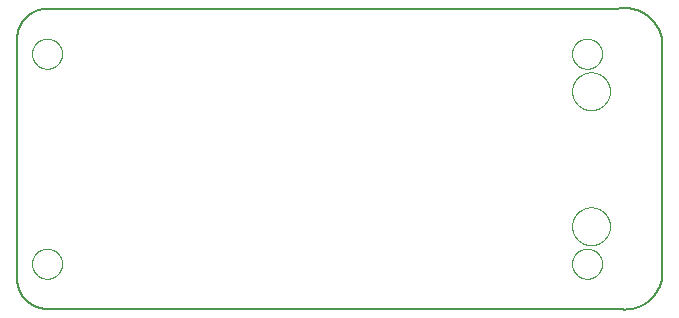
<source format=gko>
G75*
%MOIN*%
%OFA0B0*%
%FSLAX25Y25*%
%IPPOS*%
%LPD*%
%AMOC8*
5,1,8,0,0,1.08239X$1,22.5*
%
%ADD10C,0.00000*%
%ADD11C,0.00600*%
D10*
X0438333Y0016548D02*
X0438335Y0016689D01*
X0438341Y0016830D01*
X0438351Y0016970D01*
X0438365Y0017110D01*
X0438383Y0017250D01*
X0438404Y0017389D01*
X0438430Y0017528D01*
X0438459Y0017666D01*
X0438493Y0017802D01*
X0438530Y0017938D01*
X0438571Y0018073D01*
X0438616Y0018207D01*
X0438665Y0018339D01*
X0438717Y0018470D01*
X0438773Y0018599D01*
X0438833Y0018726D01*
X0438896Y0018852D01*
X0438962Y0018976D01*
X0439033Y0019099D01*
X0439106Y0019219D01*
X0439183Y0019337D01*
X0439263Y0019453D01*
X0439347Y0019566D01*
X0439433Y0019677D01*
X0439523Y0019786D01*
X0439616Y0019892D01*
X0439711Y0019995D01*
X0439810Y0020096D01*
X0439911Y0020194D01*
X0440015Y0020289D01*
X0440122Y0020381D01*
X0440231Y0020470D01*
X0440343Y0020555D01*
X0440457Y0020638D01*
X0440573Y0020718D01*
X0440692Y0020794D01*
X0440813Y0020866D01*
X0440935Y0020936D01*
X0441060Y0021001D01*
X0441186Y0021064D01*
X0441314Y0021122D01*
X0441444Y0021177D01*
X0441575Y0021229D01*
X0441708Y0021276D01*
X0441842Y0021320D01*
X0441977Y0021361D01*
X0442113Y0021397D01*
X0442250Y0021429D01*
X0442388Y0021458D01*
X0442526Y0021483D01*
X0442666Y0021503D01*
X0442806Y0021520D01*
X0442946Y0021533D01*
X0443087Y0021542D01*
X0443227Y0021547D01*
X0443368Y0021548D01*
X0443509Y0021545D01*
X0443650Y0021538D01*
X0443790Y0021527D01*
X0443930Y0021512D01*
X0444070Y0021493D01*
X0444209Y0021471D01*
X0444347Y0021444D01*
X0444485Y0021414D01*
X0444621Y0021379D01*
X0444757Y0021341D01*
X0444891Y0021299D01*
X0445025Y0021253D01*
X0445157Y0021204D01*
X0445287Y0021150D01*
X0445416Y0021093D01*
X0445543Y0021033D01*
X0445669Y0020969D01*
X0445792Y0020901D01*
X0445914Y0020830D01*
X0446034Y0020756D01*
X0446151Y0020678D01*
X0446266Y0020597D01*
X0446379Y0020513D01*
X0446490Y0020426D01*
X0446598Y0020335D01*
X0446703Y0020242D01*
X0446806Y0020145D01*
X0446906Y0020046D01*
X0447003Y0019944D01*
X0447097Y0019839D01*
X0447188Y0019732D01*
X0447276Y0019622D01*
X0447361Y0019510D01*
X0447443Y0019395D01*
X0447522Y0019278D01*
X0447597Y0019159D01*
X0447669Y0019038D01*
X0447737Y0018915D01*
X0447802Y0018790D01*
X0447864Y0018663D01*
X0447921Y0018534D01*
X0447976Y0018404D01*
X0448026Y0018273D01*
X0448073Y0018140D01*
X0448116Y0018006D01*
X0448155Y0017870D01*
X0448190Y0017734D01*
X0448222Y0017597D01*
X0448249Y0017459D01*
X0448273Y0017320D01*
X0448293Y0017180D01*
X0448309Y0017040D01*
X0448321Y0016900D01*
X0448329Y0016759D01*
X0448333Y0016618D01*
X0448333Y0016478D01*
X0448329Y0016337D01*
X0448321Y0016196D01*
X0448309Y0016056D01*
X0448293Y0015916D01*
X0448273Y0015776D01*
X0448249Y0015637D01*
X0448222Y0015499D01*
X0448190Y0015362D01*
X0448155Y0015226D01*
X0448116Y0015090D01*
X0448073Y0014956D01*
X0448026Y0014823D01*
X0447976Y0014692D01*
X0447921Y0014562D01*
X0447864Y0014433D01*
X0447802Y0014306D01*
X0447737Y0014181D01*
X0447669Y0014058D01*
X0447597Y0013937D01*
X0447522Y0013818D01*
X0447443Y0013701D01*
X0447361Y0013586D01*
X0447276Y0013474D01*
X0447188Y0013364D01*
X0447097Y0013257D01*
X0447003Y0013152D01*
X0446906Y0013050D01*
X0446806Y0012951D01*
X0446703Y0012854D01*
X0446598Y0012761D01*
X0446490Y0012670D01*
X0446379Y0012583D01*
X0446266Y0012499D01*
X0446151Y0012418D01*
X0446034Y0012340D01*
X0445914Y0012266D01*
X0445792Y0012195D01*
X0445669Y0012127D01*
X0445543Y0012063D01*
X0445416Y0012003D01*
X0445287Y0011946D01*
X0445157Y0011892D01*
X0445025Y0011843D01*
X0444891Y0011797D01*
X0444757Y0011755D01*
X0444621Y0011717D01*
X0444485Y0011682D01*
X0444347Y0011652D01*
X0444209Y0011625D01*
X0444070Y0011603D01*
X0443930Y0011584D01*
X0443790Y0011569D01*
X0443650Y0011558D01*
X0443509Y0011551D01*
X0443368Y0011548D01*
X0443227Y0011549D01*
X0443087Y0011554D01*
X0442946Y0011563D01*
X0442806Y0011576D01*
X0442666Y0011593D01*
X0442526Y0011613D01*
X0442388Y0011638D01*
X0442250Y0011667D01*
X0442113Y0011699D01*
X0441977Y0011735D01*
X0441842Y0011776D01*
X0441708Y0011820D01*
X0441575Y0011867D01*
X0441444Y0011919D01*
X0441314Y0011974D01*
X0441186Y0012032D01*
X0441060Y0012095D01*
X0440935Y0012160D01*
X0440813Y0012230D01*
X0440692Y0012302D01*
X0440573Y0012378D01*
X0440457Y0012458D01*
X0440343Y0012541D01*
X0440231Y0012626D01*
X0440122Y0012715D01*
X0440015Y0012807D01*
X0439911Y0012902D01*
X0439810Y0013000D01*
X0439711Y0013101D01*
X0439616Y0013204D01*
X0439523Y0013310D01*
X0439433Y0013419D01*
X0439347Y0013530D01*
X0439263Y0013643D01*
X0439183Y0013759D01*
X0439106Y0013877D01*
X0439033Y0013997D01*
X0438962Y0014120D01*
X0438896Y0014244D01*
X0438833Y0014370D01*
X0438773Y0014497D01*
X0438717Y0014626D01*
X0438665Y0014757D01*
X0438616Y0014889D01*
X0438571Y0015023D01*
X0438530Y0015158D01*
X0438493Y0015294D01*
X0438459Y0015430D01*
X0438430Y0015568D01*
X0438404Y0015707D01*
X0438383Y0015846D01*
X0438365Y0015986D01*
X0438351Y0016126D01*
X0438341Y0016266D01*
X0438335Y0016407D01*
X0438333Y0016548D01*
X0618333Y0016548D02*
X0618335Y0016689D01*
X0618341Y0016830D01*
X0618351Y0016970D01*
X0618365Y0017110D01*
X0618383Y0017250D01*
X0618404Y0017389D01*
X0618430Y0017528D01*
X0618459Y0017666D01*
X0618493Y0017802D01*
X0618530Y0017938D01*
X0618571Y0018073D01*
X0618616Y0018207D01*
X0618665Y0018339D01*
X0618717Y0018470D01*
X0618773Y0018599D01*
X0618833Y0018726D01*
X0618896Y0018852D01*
X0618962Y0018976D01*
X0619033Y0019099D01*
X0619106Y0019219D01*
X0619183Y0019337D01*
X0619263Y0019453D01*
X0619347Y0019566D01*
X0619433Y0019677D01*
X0619523Y0019786D01*
X0619616Y0019892D01*
X0619711Y0019995D01*
X0619810Y0020096D01*
X0619911Y0020194D01*
X0620015Y0020289D01*
X0620122Y0020381D01*
X0620231Y0020470D01*
X0620343Y0020555D01*
X0620457Y0020638D01*
X0620573Y0020718D01*
X0620692Y0020794D01*
X0620813Y0020866D01*
X0620935Y0020936D01*
X0621060Y0021001D01*
X0621186Y0021064D01*
X0621314Y0021122D01*
X0621444Y0021177D01*
X0621575Y0021229D01*
X0621708Y0021276D01*
X0621842Y0021320D01*
X0621977Y0021361D01*
X0622113Y0021397D01*
X0622250Y0021429D01*
X0622388Y0021458D01*
X0622526Y0021483D01*
X0622666Y0021503D01*
X0622806Y0021520D01*
X0622946Y0021533D01*
X0623087Y0021542D01*
X0623227Y0021547D01*
X0623368Y0021548D01*
X0623509Y0021545D01*
X0623650Y0021538D01*
X0623790Y0021527D01*
X0623930Y0021512D01*
X0624070Y0021493D01*
X0624209Y0021471D01*
X0624347Y0021444D01*
X0624485Y0021414D01*
X0624621Y0021379D01*
X0624757Y0021341D01*
X0624891Y0021299D01*
X0625025Y0021253D01*
X0625157Y0021204D01*
X0625287Y0021150D01*
X0625416Y0021093D01*
X0625543Y0021033D01*
X0625669Y0020969D01*
X0625792Y0020901D01*
X0625914Y0020830D01*
X0626034Y0020756D01*
X0626151Y0020678D01*
X0626266Y0020597D01*
X0626379Y0020513D01*
X0626490Y0020426D01*
X0626598Y0020335D01*
X0626703Y0020242D01*
X0626806Y0020145D01*
X0626906Y0020046D01*
X0627003Y0019944D01*
X0627097Y0019839D01*
X0627188Y0019732D01*
X0627276Y0019622D01*
X0627361Y0019510D01*
X0627443Y0019395D01*
X0627522Y0019278D01*
X0627597Y0019159D01*
X0627669Y0019038D01*
X0627737Y0018915D01*
X0627802Y0018790D01*
X0627864Y0018663D01*
X0627921Y0018534D01*
X0627976Y0018404D01*
X0628026Y0018273D01*
X0628073Y0018140D01*
X0628116Y0018006D01*
X0628155Y0017870D01*
X0628190Y0017734D01*
X0628222Y0017597D01*
X0628249Y0017459D01*
X0628273Y0017320D01*
X0628293Y0017180D01*
X0628309Y0017040D01*
X0628321Y0016900D01*
X0628329Y0016759D01*
X0628333Y0016618D01*
X0628333Y0016478D01*
X0628329Y0016337D01*
X0628321Y0016196D01*
X0628309Y0016056D01*
X0628293Y0015916D01*
X0628273Y0015776D01*
X0628249Y0015637D01*
X0628222Y0015499D01*
X0628190Y0015362D01*
X0628155Y0015226D01*
X0628116Y0015090D01*
X0628073Y0014956D01*
X0628026Y0014823D01*
X0627976Y0014692D01*
X0627921Y0014562D01*
X0627864Y0014433D01*
X0627802Y0014306D01*
X0627737Y0014181D01*
X0627669Y0014058D01*
X0627597Y0013937D01*
X0627522Y0013818D01*
X0627443Y0013701D01*
X0627361Y0013586D01*
X0627276Y0013474D01*
X0627188Y0013364D01*
X0627097Y0013257D01*
X0627003Y0013152D01*
X0626906Y0013050D01*
X0626806Y0012951D01*
X0626703Y0012854D01*
X0626598Y0012761D01*
X0626490Y0012670D01*
X0626379Y0012583D01*
X0626266Y0012499D01*
X0626151Y0012418D01*
X0626034Y0012340D01*
X0625914Y0012266D01*
X0625792Y0012195D01*
X0625669Y0012127D01*
X0625543Y0012063D01*
X0625416Y0012003D01*
X0625287Y0011946D01*
X0625157Y0011892D01*
X0625025Y0011843D01*
X0624891Y0011797D01*
X0624757Y0011755D01*
X0624621Y0011717D01*
X0624485Y0011682D01*
X0624347Y0011652D01*
X0624209Y0011625D01*
X0624070Y0011603D01*
X0623930Y0011584D01*
X0623790Y0011569D01*
X0623650Y0011558D01*
X0623509Y0011551D01*
X0623368Y0011548D01*
X0623227Y0011549D01*
X0623087Y0011554D01*
X0622946Y0011563D01*
X0622806Y0011576D01*
X0622666Y0011593D01*
X0622526Y0011613D01*
X0622388Y0011638D01*
X0622250Y0011667D01*
X0622113Y0011699D01*
X0621977Y0011735D01*
X0621842Y0011776D01*
X0621708Y0011820D01*
X0621575Y0011867D01*
X0621444Y0011919D01*
X0621314Y0011974D01*
X0621186Y0012032D01*
X0621060Y0012095D01*
X0620935Y0012160D01*
X0620813Y0012230D01*
X0620692Y0012302D01*
X0620573Y0012378D01*
X0620457Y0012458D01*
X0620343Y0012541D01*
X0620231Y0012626D01*
X0620122Y0012715D01*
X0620015Y0012807D01*
X0619911Y0012902D01*
X0619810Y0013000D01*
X0619711Y0013101D01*
X0619616Y0013204D01*
X0619523Y0013310D01*
X0619433Y0013419D01*
X0619347Y0013530D01*
X0619263Y0013643D01*
X0619183Y0013759D01*
X0619106Y0013877D01*
X0619033Y0013997D01*
X0618962Y0014120D01*
X0618896Y0014244D01*
X0618833Y0014370D01*
X0618773Y0014497D01*
X0618717Y0014626D01*
X0618665Y0014757D01*
X0618616Y0014889D01*
X0618571Y0015023D01*
X0618530Y0015158D01*
X0618493Y0015294D01*
X0618459Y0015430D01*
X0618430Y0015568D01*
X0618404Y0015707D01*
X0618383Y0015846D01*
X0618365Y0015986D01*
X0618351Y0016126D01*
X0618341Y0016266D01*
X0618335Y0016407D01*
X0618333Y0016548D01*
X0618353Y0029048D02*
X0618355Y0029206D01*
X0618361Y0029364D01*
X0618371Y0029522D01*
X0618385Y0029680D01*
X0618403Y0029837D01*
X0618424Y0029994D01*
X0618450Y0030150D01*
X0618480Y0030306D01*
X0618513Y0030461D01*
X0618551Y0030614D01*
X0618592Y0030767D01*
X0618637Y0030919D01*
X0618686Y0031070D01*
X0618739Y0031219D01*
X0618795Y0031367D01*
X0618855Y0031513D01*
X0618919Y0031658D01*
X0618987Y0031801D01*
X0619058Y0031943D01*
X0619132Y0032083D01*
X0619210Y0032220D01*
X0619292Y0032356D01*
X0619376Y0032490D01*
X0619465Y0032621D01*
X0619556Y0032750D01*
X0619651Y0032877D01*
X0619748Y0033002D01*
X0619849Y0033124D01*
X0619953Y0033243D01*
X0620060Y0033360D01*
X0620170Y0033474D01*
X0620283Y0033585D01*
X0620398Y0033694D01*
X0620516Y0033799D01*
X0620637Y0033901D01*
X0620760Y0034001D01*
X0620886Y0034097D01*
X0621014Y0034190D01*
X0621144Y0034280D01*
X0621277Y0034366D01*
X0621412Y0034450D01*
X0621548Y0034529D01*
X0621687Y0034606D01*
X0621828Y0034678D01*
X0621970Y0034748D01*
X0622114Y0034813D01*
X0622260Y0034875D01*
X0622407Y0034933D01*
X0622556Y0034988D01*
X0622706Y0035039D01*
X0622857Y0035086D01*
X0623009Y0035129D01*
X0623162Y0035168D01*
X0623317Y0035204D01*
X0623472Y0035235D01*
X0623628Y0035263D01*
X0623784Y0035287D01*
X0623941Y0035307D01*
X0624099Y0035323D01*
X0624256Y0035335D01*
X0624415Y0035343D01*
X0624573Y0035347D01*
X0624731Y0035347D01*
X0624889Y0035343D01*
X0625048Y0035335D01*
X0625205Y0035323D01*
X0625363Y0035307D01*
X0625520Y0035287D01*
X0625676Y0035263D01*
X0625832Y0035235D01*
X0625987Y0035204D01*
X0626142Y0035168D01*
X0626295Y0035129D01*
X0626447Y0035086D01*
X0626598Y0035039D01*
X0626748Y0034988D01*
X0626897Y0034933D01*
X0627044Y0034875D01*
X0627190Y0034813D01*
X0627334Y0034748D01*
X0627476Y0034678D01*
X0627617Y0034606D01*
X0627756Y0034529D01*
X0627892Y0034450D01*
X0628027Y0034366D01*
X0628160Y0034280D01*
X0628290Y0034190D01*
X0628418Y0034097D01*
X0628544Y0034001D01*
X0628667Y0033901D01*
X0628788Y0033799D01*
X0628906Y0033694D01*
X0629021Y0033585D01*
X0629134Y0033474D01*
X0629244Y0033360D01*
X0629351Y0033243D01*
X0629455Y0033124D01*
X0629556Y0033002D01*
X0629653Y0032877D01*
X0629748Y0032750D01*
X0629839Y0032621D01*
X0629928Y0032490D01*
X0630012Y0032356D01*
X0630094Y0032220D01*
X0630172Y0032083D01*
X0630246Y0031943D01*
X0630317Y0031801D01*
X0630385Y0031658D01*
X0630449Y0031513D01*
X0630509Y0031367D01*
X0630565Y0031219D01*
X0630618Y0031070D01*
X0630667Y0030919D01*
X0630712Y0030767D01*
X0630753Y0030614D01*
X0630791Y0030461D01*
X0630824Y0030306D01*
X0630854Y0030150D01*
X0630880Y0029994D01*
X0630901Y0029837D01*
X0630919Y0029680D01*
X0630933Y0029522D01*
X0630943Y0029364D01*
X0630949Y0029206D01*
X0630951Y0029048D01*
X0630949Y0028890D01*
X0630943Y0028732D01*
X0630933Y0028574D01*
X0630919Y0028416D01*
X0630901Y0028259D01*
X0630880Y0028102D01*
X0630854Y0027946D01*
X0630824Y0027790D01*
X0630791Y0027635D01*
X0630753Y0027482D01*
X0630712Y0027329D01*
X0630667Y0027177D01*
X0630618Y0027026D01*
X0630565Y0026877D01*
X0630509Y0026729D01*
X0630449Y0026583D01*
X0630385Y0026438D01*
X0630317Y0026295D01*
X0630246Y0026153D01*
X0630172Y0026013D01*
X0630094Y0025876D01*
X0630012Y0025740D01*
X0629928Y0025606D01*
X0629839Y0025475D01*
X0629748Y0025346D01*
X0629653Y0025219D01*
X0629556Y0025094D01*
X0629455Y0024972D01*
X0629351Y0024853D01*
X0629244Y0024736D01*
X0629134Y0024622D01*
X0629021Y0024511D01*
X0628906Y0024402D01*
X0628788Y0024297D01*
X0628667Y0024195D01*
X0628544Y0024095D01*
X0628418Y0023999D01*
X0628290Y0023906D01*
X0628160Y0023816D01*
X0628027Y0023730D01*
X0627892Y0023646D01*
X0627756Y0023567D01*
X0627617Y0023490D01*
X0627476Y0023418D01*
X0627334Y0023348D01*
X0627190Y0023283D01*
X0627044Y0023221D01*
X0626897Y0023163D01*
X0626748Y0023108D01*
X0626598Y0023057D01*
X0626447Y0023010D01*
X0626295Y0022967D01*
X0626142Y0022928D01*
X0625987Y0022892D01*
X0625832Y0022861D01*
X0625676Y0022833D01*
X0625520Y0022809D01*
X0625363Y0022789D01*
X0625205Y0022773D01*
X0625048Y0022761D01*
X0624889Y0022753D01*
X0624731Y0022749D01*
X0624573Y0022749D01*
X0624415Y0022753D01*
X0624256Y0022761D01*
X0624099Y0022773D01*
X0623941Y0022789D01*
X0623784Y0022809D01*
X0623628Y0022833D01*
X0623472Y0022861D01*
X0623317Y0022892D01*
X0623162Y0022928D01*
X0623009Y0022967D01*
X0622857Y0023010D01*
X0622706Y0023057D01*
X0622556Y0023108D01*
X0622407Y0023163D01*
X0622260Y0023221D01*
X0622114Y0023283D01*
X0621970Y0023348D01*
X0621828Y0023418D01*
X0621687Y0023490D01*
X0621548Y0023567D01*
X0621412Y0023646D01*
X0621277Y0023730D01*
X0621144Y0023816D01*
X0621014Y0023906D01*
X0620886Y0023999D01*
X0620760Y0024095D01*
X0620637Y0024195D01*
X0620516Y0024297D01*
X0620398Y0024402D01*
X0620283Y0024511D01*
X0620170Y0024622D01*
X0620060Y0024736D01*
X0619953Y0024853D01*
X0619849Y0024972D01*
X0619748Y0025094D01*
X0619651Y0025219D01*
X0619556Y0025346D01*
X0619465Y0025475D01*
X0619376Y0025606D01*
X0619292Y0025740D01*
X0619210Y0025876D01*
X0619132Y0026013D01*
X0619058Y0026153D01*
X0618987Y0026295D01*
X0618919Y0026438D01*
X0618855Y0026583D01*
X0618795Y0026729D01*
X0618739Y0026877D01*
X0618686Y0027026D01*
X0618637Y0027177D01*
X0618592Y0027329D01*
X0618551Y0027482D01*
X0618513Y0027635D01*
X0618480Y0027790D01*
X0618450Y0027946D01*
X0618424Y0028102D01*
X0618403Y0028259D01*
X0618385Y0028416D01*
X0618371Y0028574D01*
X0618361Y0028732D01*
X0618355Y0028890D01*
X0618353Y0029048D01*
X0618353Y0074048D02*
X0618355Y0074206D01*
X0618361Y0074364D01*
X0618371Y0074522D01*
X0618385Y0074680D01*
X0618403Y0074837D01*
X0618424Y0074994D01*
X0618450Y0075150D01*
X0618480Y0075306D01*
X0618513Y0075461D01*
X0618551Y0075614D01*
X0618592Y0075767D01*
X0618637Y0075919D01*
X0618686Y0076070D01*
X0618739Y0076219D01*
X0618795Y0076367D01*
X0618855Y0076513D01*
X0618919Y0076658D01*
X0618987Y0076801D01*
X0619058Y0076943D01*
X0619132Y0077083D01*
X0619210Y0077220D01*
X0619292Y0077356D01*
X0619376Y0077490D01*
X0619465Y0077621D01*
X0619556Y0077750D01*
X0619651Y0077877D01*
X0619748Y0078002D01*
X0619849Y0078124D01*
X0619953Y0078243D01*
X0620060Y0078360D01*
X0620170Y0078474D01*
X0620283Y0078585D01*
X0620398Y0078694D01*
X0620516Y0078799D01*
X0620637Y0078901D01*
X0620760Y0079001D01*
X0620886Y0079097D01*
X0621014Y0079190D01*
X0621144Y0079280D01*
X0621277Y0079366D01*
X0621412Y0079450D01*
X0621548Y0079529D01*
X0621687Y0079606D01*
X0621828Y0079678D01*
X0621970Y0079748D01*
X0622114Y0079813D01*
X0622260Y0079875D01*
X0622407Y0079933D01*
X0622556Y0079988D01*
X0622706Y0080039D01*
X0622857Y0080086D01*
X0623009Y0080129D01*
X0623162Y0080168D01*
X0623317Y0080204D01*
X0623472Y0080235D01*
X0623628Y0080263D01*
X0623784Y0080287D01*
X0623941Y0080307D01*
X0624099Y0080323D01*
X0624256Y0080335D01*
X0624415Y0080343D01*
X0624573Y0080347D01*
X0624731Y0080347D01*
X0624889Y0080343D01*
X0625048Y0080335D01*
X0625205Y0080323D01*
X0625363Y0080307D01*
X0625520Y0080287D01*
X0625676Y0080263D01*
X0625832Y0080235D01*
X0625987Y0080204D01*
X0626142Y0080168D01*
X0626295Y0080129D01*
X0626447Y0080086D01*
X0626598Y0080039D01*
X0626748Y0079988D01*
X0626897Y0079933D01*
X0627044Y0079875D01*
X0627190Y0079813D01*
X0627334Y0079748D01*
X0627476Y0079678D01*
X0627617Y0079606D01*
X0627756Y0079529D01*
X0627892Y0079450D01*
X0628027Y0079366D01*
X0628160Y0079280D01*
X0628290Y0079190D01*
X0628418Y0079097D01*
X0628544Y0079001D01*
X0628667Y0078901D01*
X0628788Y0078799D01*
X0628906Y0078694D01*
X0629021Y0078585D01*
X0629134Y0078474D01*
X0629244Y0078360D01*
X0629351Y0078243D01*
X0629455Y0078124D01*
X0629556Y0078002D01*
X0629653Y0077877D01*
X0629748Y0077750D01*
X0629839Y0077621D01*
X0629928Y0077490D01*
X0630012Y0077356D01*
X0630094Y0077220D01*
X0630172Y0077083D01*
X0630246Y0076943D01*
X0630317Y0076801D01*
X0630385Y0076658D01*
X0630449Y0076513D01*
X0630509Y0076367D01*
X0630565Y0076219D01*
X0630618Y0076070D01*
X0630667Y0075919D01*
X0630712Y0075767D01*
X0630753Y0075614D01*
X0630791Y0075461D01*
X0630824Y0075306D01*
X0630854Y0075150D01*
X0630880Y0074994D01*
X0630901Y0074837D01*
X0630919Y0074680D01*
X0630933Y0074522D01*
X0630943Y0074364D01*
X0630949Y0074206D01*
X0630951Y0074048D01*
X0630949Y0073890D01*
X0630943Y0073732D01*
X0630933Y0073574D01*
X0630919Y0073416D01*
X0630901Y0073259D01*
X0630880Y0073102D01*
X0630854Y0072946D01*
X0630824Y0072790D01*
X0630791Y0072635D01*
X0630753Y0072482D01*
X0630712Y0072329D01*
X0630667Y0072177D01*
X0630618Y0072026D01*
X0630565Y0071877D01*
X0630509Y0071729D01*
X0630449Y0071583D01*
X0630385Y0071438D01*
X0630317Y0071295D01*
X0630246Y0071153D01*
X0630172Y0071013D01*
X0630094Y0070876D01*
X0630012Y0070740D01*
X0629928Y0070606D01*
X0629839Y0070475D01*
X0629748Y0070346D01*
X0629653Y0070219D01*
X0629556Y0070094D01*
X0629455Y0069972D01*
X0629351Y0069853D01*
X0629244Y0069736D01*
X0629134Y0069622D01*
X0629021Y0069511D01*
X0628906Y0069402D01*
X0628788Y0069297D01*
X0628667Y0069195D01*
X0628544Y0069095D01*
X0628418Y0068999D01*
X0628290Y0068906D01*
X0628160Y0068816D01*
X0628027Y0068730D01*
X0627892Y0068646D01*
X0627756Y0068567D01*
X0627617Y0068490D01*
X0627476Y0068418D01*
X0627334Y0068348D01*
X0627190Y0068283D01*
X0627044Y0068221D01*
X0626897Y0068163D01*
X0626748Y0068108D01*
X0626598Y0068057D01*
X0626447Y0068010D01*
X0626295Y0067967D01*
X0626142Y0067928D01*
X0625987Y0067892D01*
X0625832Y0067861D01*
X0625676Y0067833D01*
X0625520Y0067809D01*
X0625363Y0067789D01*
X0625205Y0067773D01*
X0625048Y0067761D01*
X0624889Y0067753D01*
X0624731Y0067749D01*
X0624573Y0067749D01*
X0624415Y0067753D01*
X0624256Y0067761D01*
X0624099Y0067773D01*
X0623941Y0067789D01*
X0623784Y0067809D01*
X0623628Y0067833D01*
X0623472Y0067861D01*
X0623317Y0067892D01*
X0623162Y0067928D01*
X0623009Y0067967D01*
X0622857Y0068010D01*
X0622706Y0068057D01*
X0622556Y0068108D01*
X0622407Y0068163D01*
X0622260Y0068221D01*
X0622114Y0068283D01*
X0621970Y0068348D01*
X0621828Y0068418D01*
X0621687Y0068490D01*
X0621548Y0068567D01*
X0621412Y0068646D01*
X0621277Y0068730D01*
X0621144Y0068816D01*
X0621014Y0068906D01*
X0620886Y0068999D01*
X0620760Y0069095D01*
X0620637Y0069195D01*
X0620516Y0069297D01*
X0620398Y0069402D01*
X0620283Y0069511D01*
X0620170Y0069622D01*
X0620060Y0069736D01*
X0619953Y0069853D01*
X0619849Y0069972D01*
X0619748Y0070094D01*
X0619651Y0070219D01*
X0619556Y0070346D01*
X0619465Y0070475D01*
X0619376Y0070606D01*
X0619292Y0070740D01*
X0619210Y0070876D01*
X0619132Y0071013D01*
X0619058Y0071153D01*
X0618987Y0071295D01*
X0618919Y0071438D01*
X0618855Y0071583D01*
X0618795Y0071729D01*
X0618739Y0071877D01*
X0618686Y0072026D01*
X0618637Y0072177D01*
X0618592Y0072329D01*
X0618551Y0072482D01*
X0618513Y0072635D01*
X0618480Y0072790D01*
X0618450Y0072946D01*
X0618424Y0073102D01*
X0618403Y0073259D01*
X0618385Y0073416D01*
X0618371Y0073574D01*
X0618361Y0073732D01*
X0618355Y0073890D01*
X0618353Y0074048D01*
X0618333Y0086548D02*
X0618335Y0086689D01*
X0618341Y0086830D01*
X0618351Y0086970D01*
X0618365Y0087110D01*
X0618383Y0087250D01*
X0618404Y0087389D01*
X0618430Y0087528D01*
X0618459Y0087666D01*
X0618493Y0087802D01*
X0618530Y0087938D01*
X0618571Y0088073D01*
X0618616Y0088207D01*
X0618665Y0088339D01*
X0618717Y0088470D01*
X0618773Y0088599D01*
X0618833Y0088726D01*
X0618896Y0088852D01*
X0618962Y0088976D01*
X0619033Y0089099D01*
X0619106Y0089219D01*
X0619183Y0089337D01*
X0619263Y0089453D01*
X0619347Y0089566D01*
X0619433Y0089677D01*
X0619523Y0089786D01*
X0619616Y0089892D01*
X0619711Y0089995D01*
X0619810Y0090096D01*
X0619911Y0090194D01*
X0620015Y0090289D01*
X0620122Y0090381D01*
X0620231Y0090470D01*
X0620343Y0090555D01*
X0620457Y0090638D01*
X0620573Y0090718D01*
X0620692Y0090794D01*
X0620813Y0090866D01*
X0620935Y0090936D01*
X0621060Y0091001D01*
X0621186Y0091064D01*
X0621314Y0091122D01*
X0621444Y0091177D01*
X0621575Y0091229D01*
X0621708Y0091276D01*
X0621842Y0091320D01*
X0621977Y0091361D01*
X0622113Y0091397D01*
X0622250Y0091429D01*
X0622388Y0091458D01*
X0622526Y0091483D01*
X0622666Y0091503D01*
X0622806Y0091520D01*
X0622946Y0091533D01*
X0623087Y0091542D01*
X0623227Y0091547D01*
X0623368Y0091548D01*
X0623509Y0091545D01*
X0623650Y0091538D01*
X0623790Y0091527D01*
X0623930Y0091512D01*
X0624070Y0091493D01*
X0624209Y0091471D01*
X0624347Y0091444D01*
X0624485Y0091414D01*
X0624621Y0091379D01*
X0624757Y0091341D01*
X0624891Y0091299D01*
X0625025Y0091253D01*
X0625157Y0091204D01*
X0625287Y0091150D01*
X0625416Y0091093D01*
X0625543Y0091033D01*
X0625669Y0090969D01*
X0625792Y0090901D01*
X0625914Y0090830D01*
X0626034Y0090756D01*
X0626151Y0090678D01*
X0626266Y0090597D01*
X0626379Y0090513D01*
X0626490Y0090426D01*
X0626598Y0090335D01*
X0626703Y0090242D01*
X0626806Y0090145D01*
X0626906Y0090046D01*
X0627003Y0089944D01*
X0627097Y0089839D01*
X0627188Y0089732D01*
X0627276Y0089622D01*
X0627361Y0089510D01*
X0627443Y0089395D01*
X0627522Y0089278D01*
X0627597Y0089159D01*
X0627669Y0089038D01*
X0627737Y0088915D01*
X0627802Y0088790D01*
X0627864Y0088663D01*
X0627921Y0088534D01*
X0627976Y0088404D01*
X0628026Y0088273D01*
X0628073Y0088140D01*
X0628116Y0088006D01*
X0628155Y0087870D01*
X0628190Y0087734D01*
X0628222Y0087597D01*
X0628249Y0087459D01*
X0628273Y0087320D01*
X0628293Y0087180D01*
X0628309Y0087040D01*
X0628321Y0086900D01*
X0628329Y0086759D01*
X0628333Y0086618D01*
X0628333Y0086478D01*
X0628329Y0086337D01*
X0628321Y0086196D01*
X0628309Y0086056D01*
X0628293Y0085916D01*
X0628273Y0085776D01*
X0628249Y0085637D01*
X0628222Y0085499D01*
X0628190Y0085362D01*
X0628155Y0085226D01*
X0628116Y0085090D01*
X0628073Y0084956D01*
X0628026Y0084823D01*
X0627976Y0084692D01*
X0627921Y0084562D01*
X0627864Y0084433D01*
X0627802Y0084306D01*
X0627737Y0084181D01*
X0627669Y0084058D01*
X0627597Y0083937D01*
X0627522Y0083818D01*
X0627443Y0083701D01*
X0627361Y0083586D01*
X0627276Y0083474D01*
X0627188Y0083364D01*
X0627097Y0083257D01*
X0627003Y0083152D01*
X0626906Y0083050D01*
X0626806Y0082951D01*
X0626703Y0082854D01*
X0626598Y0082761D01*
X0626490Y0082670D01*
X0626379Y0082583D01*
X0626266Y0082499D01*
X0626151Y0082418D01*
X0626034Y0082340D01*
X0625914Y0082266D01*
X0625792Y0082195D01*
X0625669Y0082127D01*
X0625543Y0082063D01*
X0625416Y0082003D01*
X0625287Y0081946D01*
X0625157Y0081892D01*
X0625025Y0081843D01*
X0624891Y0081797D01*
X0624757Y0081755D01*
X0624621Y0081717D01*
X0624485Y0081682D01*
X0624347Y0081652D01*
X0624209Y0081625D01*
X0624070Y0081603D01*
X0623930Y0081584D01*
X0623790Y0081569D01*
X0623650Y0081558D01*
X0623509Y0081551D01*
X0623368Y0081548D01*
X0623227Y0081549D01*
X0623087Y0081554D01*
X0622946Y0081563D01*
X0622806Y0081576D01*
X0622666Y0081593D01*
X0622526Y0081613D01*
X0622388Y0081638D01*
X0622250Y0081667D01*
X0622113Y0081699D01*
X0621977Y0081735D01*
X0621842Y0081776D01*
X0621708Y0081820D01*
X0621575Y0081867D01*
X0621444Y0081919D01*
X0621314Y0081974D01*
X0621186Y0082032D01*
X0621060Y0082095D01*
X0620935Y0082160D01*
X0620813Y0082230D01*
X0620692Y0082302D01*
X0620573Y0082378D01*
X0620457Y0082458D01*
X0620343Y0082541D01*
X0620231Y0082626D01*
X0620122Y0082715D01*
X0620015Y0082807D01*
X0619911Y0082902D01*
X0619810Y0083000D01*
X0619711Y0083101D01*
X0619616Y0083204D01*
X0619523Y0083310D01*
X0619433Y0083419D01*
X0619347Y0083530D01*
X0619263Y0083643D01*
X0619183Y0083759D01*
X0619106Y0083877D01*
X0619033Y0083997D01*
X0618962Y0084120D01*
X0618896Y0084244D01*
X0618833Y0084370D01*
X0618773Y0084497D01*
X0618717Y0084626D01*
X0618665Y0084757D01*
X0618616Y0084889D01*
X0618571Y0085023D01*
X0618530Y0085158D01*
X0618493Y0085294D01*
X0618459Y0085430D01*
X0618430Y0085568D01*
X0618404Y0085707D01*
X0618383Y0085846D01*
X0618365Y0085986D01*
X0618351Y0086126D01*
X0618341Y0086266D01*
X0618335Y0086407D01*
X0618333Y0086548D01*
X0438333Y0086548D02*
X0438335Y0086689D01*
X0438341Y0086830D01*
X0438351Y0086970D01*
X0438365Y0087110D01*
X0438383Y0087250D01*
X0438404Y0087389D01*
X0438430Y0087528D01*
X0438459Y0087666D01*
X0438493Y0087802D01*
X0438530Y0087938D01*
X0438571Y0088073D01*
X0438616Y0088207D01*
X0438665Y0088339D01*
X0438717Y0088470D01*
X0438773Y0088599D01*
X0438833Y0088726D01*
X0438896Y0088852D01*
X0438962Y0088976D01*
X0439033Y0089099D01*
X0439106Y0089219D01*
X0439183Y0089337D01*
X0439263Y0089453D01*
X0439347Y0089566D01*
X0439433Y0089677D01*
X0439523Y0089786D01*
X0439616Y0089892D01*
X0439711Y0089995D01*
X0439810Y0090096D01*
X0439911Y0090194D01*
X0440015Y0090289D01*
X0440122Y0090381D01*
X0440231Y0090470D01*
X0440343Y0090555D01*
X0440457Y0090638D01*
X0440573Y0090718D01*
X0440692Y0090794D01*
X0440813Y0090866D01*
X0440935Y0090936D01*
X0441060Y0091001D01*
X0441186Y0091064D01*
X0441314Y0091122D01*
X0441444Y0091177D01*
X0441575Y0091229D01*
X0441708Y0091276D01*
X0441842Y0091320D01*
X0441977Y0091361D01*
X0442113Y0091397D01*
X0442250Y0091429D01*
X0442388Y0091458D01*
X0442526Y0091483D01*
X0442666Y0091503D01*
X0442806Y0091520D01*
X0442946Y0091533D01*
X0443087Y0091542D01*
X0443227Y0091547D01*
X0443368Y0091548D01*
X0443509Y0091545D01*
X0443650Y0091538D01*
X0443790Y0091527D01*
X0443930Y0091512D01*
X0444070Y0091493D01*
X0444209Y0091471D01*
X0444347Y0091444D01*
X0444485Y0091414D01*
X0444621Y0091379D01*
X0444757Y0091341D01*
X0444891Y0091299D01*
X0445025Y0091253D01*
X0445157Y0091204D01*
X0445287Y0091150D01*
X0445416Y0091093D01*
X0445543Y0091033D01*
X0445669Y0090969D01*
X0445792Y0090901D01*
X0445914Y0090830D01*
X0446034Y0090756D01*
X0446151Y0090678D01*
X0446266Y0090597D01*
X0446379Y0090513D01*
X0446490Y0090426D01*
X0446598Y0090335D01*
X0446703Y0090242D01*
X0446806Y0090145D01*
X0446906Y0090046D01*
X0447003Y0089944D01*
X0447097Y0089839D01*
X0447188Y0089732D01*
X0447276Y0089622D01*
X0447361Y0089510D01*
X0447443Y0089395D01*
X0447522Y0089278D01*
X0447597Y0089159D01*
X0447669Y0089038D01*
X0447737Y0088915D01*
X0447802Y0088790D01*
X0447864Y0088663D01*
X0447921Y0088534D01*
X0447976Y0088404D01*
X0448026Y0088273D01*
X0448073Y0088140D01*
X0448116Y0088006D01*
X0448155Y0087870D01*
X0448190Y0087734D01*
X0448222Y0087597D01*
X0448249Y0087459D01*
X0448273Y0087320D01*
X0448293Y0087180D01*
X0448309Y0087040D01*
X0448321Y0086900D01*
X0448329Y0086759D01*
X0448333Y0086618D01*
X0448333Y0086478D01*
X0448329Y0086337D01*
X0448321Y0086196D01*
X0448309Y0086056D01*
X0448293Y0085916D01*
X0448273Y0085776D01*
X0448249Y0085637D01*
X0448222Y0085499D01*
X0448190Y0085362D01*
X0448155Y0085226D01*
X0448116Y0085090D01*
X0448073Y0084956D01*
X0448026Y0084823D01*
X0447976Y0084692D01*
X0447921Y0084562D01*
X0447864Y0084433D01*
X0447802Y0084306D01*
X0447737Y0084181D01*
X0447669Y0084058D01*
X0447597Y0083937D01*
X0447522Y0083818D01*
X0447443Y0083701D01*
X0447361Y0083586D01*
X0447276Y0083474D01*
X0447188Y0083364D01*
X0447097Y0083257D01*
X0447003Y0083152D01*
X0446906Y0083050D01*
X0446806Y0082951D01*
X0446703Y0082854D01*
X0446598Y0082761D01*
X0446490Y0082670D01*
X0446379Y0082583D01*
X0446266Y0082499D01*
X0446151Y0082418D01*
X0446034Y0082340D01*
X0445914Y0082266D01*
X0445792Y0082195D01*
X0445669Y0082127D01*
X0445543Y0082063D01*
X0445416Y0082003D01*
X0445287Y0081946D01*
X0445157Y0081892D01*
X0445025Y0081843D01*
X0444891Y0081797D01*
X0444757Y0081755D01*
X0444621Y0081717D01*
X0444485Y0081682D01*
X0444347Y0081652D01*
X0444209Y0081625D01*
X0444070Y0081603D01*
X0443930Y0081584D01*
X0443790Y0081569D01*
X0443650Y0081558D01*
X0443509Y0081551D01*
X0443368Y0081548D01*
X0443227Y0081549D01*
X0443087Y0081554D01*
X0442946Y0081563D01*
X0442806Y0081576D01*
X0442666Y0081593D01*
X0442526Y0081613D01*
X0442388Y0081638D01*
X0442250Y0081667D01*
X0442113Y0081699D01*
X0441977Y0081735D01*
X0441842Y0081776D01*
X0441708Y0081820D01*
X0441575Y0081867D01*
X0441444Y0081919D01*
X0441314Y0081974D01*
X0441186Y0082032D01*
X0441060Y0082095D01*
X0440935Y0082160D01*
X0440813Y0082230D01*
X0440692Y0082302D01*
X0440573Y0082378D01*
X0440457Y0082458D01*
X0440343Y0082541D01*
X0440231Y0082626D01*
X0440122Y0082715D01*
X0440015Y0082807D01*
X0439911Y0082902D01*
X0439810Y0083000D01*
X0439711Y0083101D01*
X0439616Y0083204D01*
X0439523Y0083310D01*
X0439433Y0083419D01*
X0439347Y0083530D01*
X0439263Y0083643D01*
X0439183Y0083759D01*
X0439106Y0083877D01*
X0439033Y0083997D01*
X0438962Y0084120D01*
X0438896Y0084244D01*
X0438833Y0084370D01*
X0438773Y0084497D01*
X0438717Y0084626D01*
X0438665Y0084757D01*
X0438616Y0084889D01*
X0438571Y0085023D01*
X0438530Y0085158D01*
X0438493Y0085294D01*
X0438459Y0085430D01*
X0438430Y0085568D01*
X0438404Y0085707D01*
X0438383Y0085846D01*
X0438365Y0085986D01*
X0438351Y0086126D01*
X0438341Y0086266D01*
X0438335Y0086407D01*
X0438333Y0086548D01*
D11*
X0433333Y0091548D02*
X0433333Y0011548D01*
X0433336Y0011306D01*
X0433345Y0011065D01*
X0433359Y0010824D01*
X0433380Y0010583D01*
X0433406Y0010343D01*
X0433438Y0010103D01*
X0433476Y0009864D01*
X0433519Y0009627D01*
X0433569Y0009390D01*
X0433624Y0009155D01*
X0433684Y0008921D01*
X0433751Y0008689D01*
X0433822Y0008458D01*
X0433900Y0008229D01*
X0433983Y0008002D01*
X0434071Y0007777D01*
X0434165Y0007554D01*
X0434264Y0007334D01*
X0434369Y0007116D01*
X0434478Y0006901D01*
X0434593Y0006688D01*
X0434713Y0006478D01*
X0434838Y0006272D01*
X0434968Y0006068D01*
X0435103Y0005867D01*
X0435243Y0005670D01*
X0435387Y0005476D01*
X0435536Y0005286D01*
X0435690Y0005100D01*
X0435848Y0004917D01*
X0436010Y0004738D01*
X0436177Y0004563D01*
X0436348Y0004392D01*
X0436523Y0004225D01*
X0436702Y0004063D01*
X0436885Y0003905D01*
X0437071Y0003751D01*
X0437261Y0003602D01*
X0437455Y0003458D01*
X0437652Y0003318D01*
X0437853Y0003183D01*
X0438057Y0003053D01*
X0438263Y0002928D01*
X0438473Y0002808D01*
X0438686Y0002693D01*
X0438901Y0002584D01*
X0439119Y0002479D01*
X0439339Y0002380D01*
X0439562Y0002286D01*
X0439787Y0002198D01*
X0440014Y0002115D01*
X0440243Y0002037D01*
X0440474Y0001966D01*
X0440706Y0001899D01*
X0440940Y0001839D01*
X0441175Y0001784D01*
X0441412Y0001734D01*
X0441649Y0001691D01*
X0441888Y0001653D01*
X0442128Y0001621D01*
X0442368Y0001595D01*
X0442609Y0001574D01*
X0442850Y0001560D01*
X0443091Y0001551D01*
X0443333Y0001548D01*
X0633333Y0001548D01*
X0648333Y0011548D02*
X0648333Y0091548D01*
X0648269Y0091849D01*
X0648198Y0092149D01*
X0648120Y0092447D01*
X0648034Y0092743D01*
X0647941Y0093037D01*
X0647841Y0093328D01*
X0647734Y0093617D01*
X0647620Y0093903D01*
X0647499Y0094187D01*
X0647372Y0094467D01*
X0647238Y0094744D01*
X0647097Y0095018D01*
X0646949Y0095289D01*
X0646795Y0095555D01*
X0646635Y0095818D01*
X0646468Y0096077D01*
X0646295Y0096332D01*
X0646116Y0096583D01*
X0645931Y0096829D01*
X0645740Y0097071D01*
X0645543Y0097308D01*
X0645341Y0097540D01*
X0645133Y0097767D01*
X0644919Y0097990D01*
X0644700Y0098207D01*
X0644477Y0098418D01*
X0644248Y0098624D01*
X0644014Y0098825D01*
X0643775Y0099020D01*
X0643532Y0099209D01*
X0643284Y0099392D01*
X0643032Y0099569D01*
X0642776Y0099740D01*
X0642515Y0099904D01*
X0642251Y0100063D01*
X0641983Y0100214D01*
X0641711Y0100360D01*
X0641436Y0100499D01*
X0641158Y0100631D01*
X0640877Y0100756D01*
X0640592Y0100874D01*
X0640305Y0100986D01*
X0640015Y0101090D01*
X0639723Y0101188D01*
X0639429Y0101278D01*
X0639132Y0101362D01*
X0638833Y0101438D01*
X0638533Y0101507D01*
X0638231Y0101568D01*
X0637928Y0101623D01*
X0637624Y0101670D01*
X0637318Y0101709D01*
X0637012Y0101741D01*
X0636705Y0101766D01*
X0636397Y0101784D01*
X0636089Y0101793D01*
X0635781Y0101796D01*
X0635473Y0101791D01*
X0635165Y0101779D01*
X0634858Y0101759D01*
X0634551Y0101731D01*
X0634245Y0101697D01*
X0633940Y0101655D01*
X0633636Y0101605D01*
X0633333Y0101548D01*
X0443333Y0101548D01*
X0443091Y0101545D01*
X0442850Y0101536D01*
X0442609Y0101522D01*
X0442368Y0101501D01*
X0442128Y0101475D01*
X0441888Y0101443D01*
X0441649Y0101405D01*
X0441412Y0101362D01*
X0441175Y0101312D01*
X0440940Y0101257D01*
X0440706Y0101197D01*
X0440474Y0101130D01*
X0440243Y0101059D01*
X0440014Y0100981D01*
X0439787Y0100898D01*
X0439562Y0100810D01*
X0439339Y0100716D01*
X0439119Y0100617D01*
X0438901Y0100512D01*
X0438686Y0100403D01*
X0438473Y0100288D01*
X0438263Y0100168D01*
X0438057Y0100043D01*
X0437853Y0099913D01*
X0437652Y0099778D01*
X0437455Y0099638D01*
X0437261Y0099494D01*
X0437071Y0099345D01*
X0436885Y0099191D01*
X0436702Y0099033D01*
X0436523Y0098871D01*
X0436348Y0098704D01*
X0436177Y0098533D01*
X0436010Y0098358D01*
X0435848Y0098179D01*
X0435690Y0097996D01*
X0435536Y0097810D01*
X0435387Y0097620D01*
X0435243Y0097426D01*
X0435103Y0097229D01*
X0434968Y0097028D01*
X0434838Y0096824D01*
X0434713Y0096618D01*
X0434593Y0096408D01*
X0434478Y0096195D01*
X0434369Y0095980D01*
X0434264Y0095762D01*
X0434165Y0095542D01*
X0434071Y0095319D01*
X0433983Y0095094D01*
X0433900Y0094867D01*
X0433822Y0094638D01*
X0433751Y0094407D01*
X0433684Y0094175D01*
X0433624Y0093941D01*
X0433569Y0093706D01*
X0433519Y0093469D01*
X0433476Y0093232D01*
X0433438Y0092993D01*
X0433406Y0092753D01*
X0433380Y0092513D01*
X0433359Y0092272D01*
X0433345Y0092031D01*
X0433336Y0091790D01*
X0433333Y0091548D01*
X0633333Y0001548D02*
X0633636Y0001491D01*
X0633940Y0001441D01*
X0634245Y0001399D01*
X0634551Y0001365D01*
X0634858Y0001337D01*
X0635165Y0001317D01*
X0635473Y0001305D01*
X0635781Y0001300D01*
X0636089Y0001303D01*
X0636397Y0001312D01*
X0636705Y0001330D01*
X0637012Y0001355D01*
X0637318Y0001387D01*
X0637624Y0001426D01*
X0637928Y0001473D01*
X0638231Y0001528D01*
X0638533Y0001589D01*
X0638833Y0001658D01*
X0639132Y0001734D01*
X0639429Y0001818D01*
X0639723Y0001908D01*
X0640015Y0002006D01*
X0640305Y0002110D01*
X0640592Y0002222D01*
X0640877Y0002340D01*
X0641158Y0002465D01*
X0641436Y0002597D01*
X0641711Y0002736D01*
X0641983Y0002882D01*
X0642251Y0003033D01*
X0642515Y0003192D01*
X0642776Y0003356D01*
X0643032Y0003527D01*
X0643284Y0003704D01*
X0643532Y0003887D01*
X0643775Y0004076D01*
X0644014Y0004271D01*
X0644248Y0004472D01*
X0644477Y0004678D01*
X0644700Y0004889D01*
X0644919Y0005106D01*
X0645133Y0005329D01*
X0645341Y0005556D01*
X0645543Y0005788D01*
X0645740Y0006025D01*
X0645931Y0006267D01*
X0646116Y0006513D01*
X0646295Y0006764D01*
X0646468Y0007019D01*
X0646635Y0007278D01*
X0646795Y0007541D01*
X0646949Y0007807D01*
X0647097Y0008078D01*
X0647238Y0008352D01*
X0647372Y0008629D01*
X0647499Y0008909D01*
X0647620Y0009193D01*
X0647734Y0009479D01*
X0647841Y0009768D01*
X0647941Y0010059D01*
X0648034Y0010353D01*
X0648120Y0010649D01*
X0648198Y0010947D01*
X0648269Y0011247D01*
X0648333Y0011548D01*
M02*

</source>
